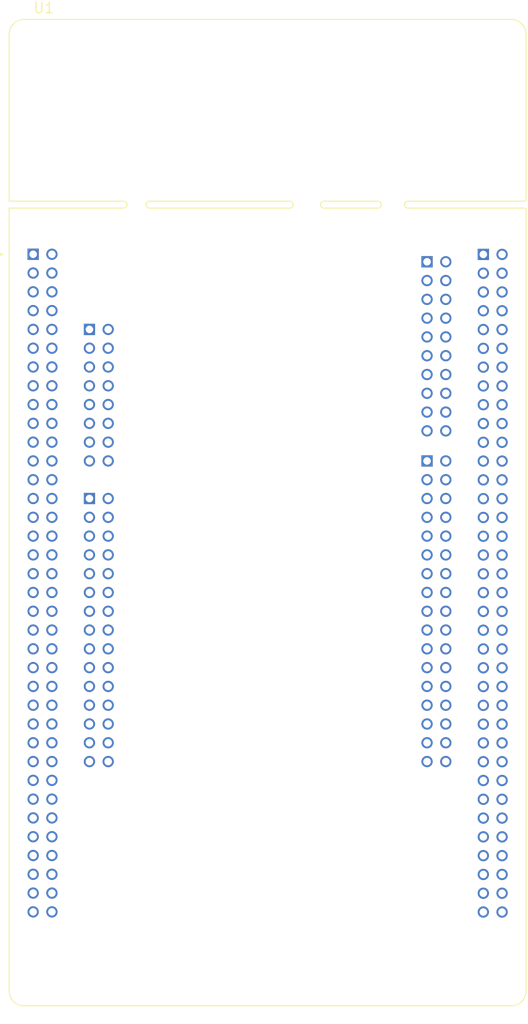
<source format=kicad_pcb>
(kicad_pcb (version 20221018) (generator pcbnew)
  (layers (0 "F.Cu" signal) (31 "B.Cu" signal) (34 "B.Paste" user) (35 "F.Paste" user) (36 "B.SilkS" user "B.Silkscreen") (37 "F.SilkS" user "F.Silkscreen") (38 "B.Mask" user) (39 "F.Mask" user) (44 "Edge.Cuts" user))
  (net 0 "")
  (footprint "RoboRacing:NUCLEO-H743ZI" (layer "F.Cu") (at 119.25 94.01)
    (fp_text reference "U1" (at -30.305 -68.219) (layer "F.SilkS") (effects (font (size 1.4 1.4))))
    (fp_text value "NUCLEO-H743ZI-HEADER")
    (fp_line (start -35 -64.67) (end -35 -42.11) (stroke (width 0.127)) (layer "F.SilkS"))
    (fp_line (start -35 -42.11) (end -19.5072 -42.11) (stroke (width 0.127)) (layer "F.SilkS"))
    (fp_line (start -35 -41.17) (end -35 64.67) (stroke (width 0.127)) (layer "F.SilkS"))
    (fp_line (start -35 -41.17) (end -19.5072 -41.17) (stroke (width 0.127)) (layer "F.SilkS"))
    (fp_line (start -33 66.67) (end 33 66.67) (stroke (width 0.127)) (layer "F.SilkS"))
    (fp_line (start -16.002 -42.11) (end 2.9972 -42.11) (stroke (width 0.127)) (layer "F.SilkS"))
    (fp_line (start -16.002 -41.17) (end 2.9972 -41.17) (stroke (width 0.127)) (layer "F.SilkS"))
    (fp_line (start 7.62 -42.11) (end 14.9352 -42.11) (stroke (width 0.127)) (layer "F.SilkS"))
    (fp_line (start 7.62 -41.17) (end 14.9352 -41.17) (stroke (width 0.127)) (layer "F.SilkS"))
    (fp_line (start 18.9992 -42.11) (end 35 -42.11) (stroke (width 0.127)) (layer "F.SilkS"))
    (fp_line (start 18.9992 -41.17) (end 35 -41.17) (stroke (width 0.127)) (layer "F.SilkS"))
    (fp_line (start 33 -66.67) (end -33 -66.67) (stroke (width 0.127)) (layer "F.SilkS"))
    (fp_line (start 35 -42.11) (end 35 -64.67) (stroke (width 0.127)) (layer "F.SilkS"))
    (fp_line (start 35 64.67) (end 35 -41.17) (stroke (width 0.127)) (layer "F.SilkS"))
    (fp_arc (start -35 -64.67) (mid -34.414214 -66.084214) (end -33 -66.67) (stroke (width 0.127)) (layer "F.SilkS"))
    (fp_arc (start -33 66.67) (mid -34.414214 66.084214) (end -35 64.67) (stroke (width 0.127)) (layer "F.SilkS"))
    (fp_arc (start -19.507199 -42.11) (mid -19.044602 -41.64) (end -19.5072 -41.17) (stroke (width 0.127)) (layer "F.SilkS"))
    (fp_arc (start -16.002001 -41.17) (mid -16.464598 -41.64) (end -16.002 -42.11) (stroke (width 0.127)) (layer "F.SilkS"))
    (fp_arc (start 2.997201 -42.11) (mid 3.459799 -41.64) (end 2.9972 -41.17) (stroke (width 0.127)) (layer "F.SilkS"))
    (fp_arc (start 7.619999 -41.17) (mid 7.157401 -41.64) (end 7.62 -42.11) (stroke (width 0.127)) (layer "F.SilkS"))
    (fp_arc (start 14.935201 -42.11) (mid 15.397799 -41.64) (end 14.9352 -41.17) (stroke (width 0.127)) (layer "F.SilkS"))
    (fp_arc (start 18.999199 -41.17) (mid 18.536601 -41.64) (end 18.9992 -42.11) (stroke (width 0.127)) (layer "F.SilkS"))
    (fp_arc (start 33 -66.67) (mid 34.414214 -66.084214) (end 35 -64.67) (stroke (width 0.127)) (layer "F.SilkS"))
    (fp_arc (start 35 64.67) (mid 34.414214 66.084214) (end 33 66.67) (stroke (width 0.127)) (layer "F.SilkS"))
    (fp_circle (center -36.04 -34.93) (end -35.94 -34.93) (stroke (width 0.2)) (fill none) (layer "F.SilkS"))
    (pad "" np_thru_hole circle (at -24.13 -38.74) (size 3.2 3.2) (drill 3.2) (layers "*.Cu" "*.Mask"))
    (pad "" np_thru_hole circle (at -22.86 37.46) (size 3.2 3.2) (drill 3.2) (layers "*.Cu" "*.Mask"))
    (pad "" np_thru_hole circle (at 8.89 13.33) (size 3.2 3.2) (drill 3.2) (layers "*.Cu" "*.Mask"))
    (pad "" np_thru_hole circle (at 22.86 37.46) (size 3.2 3.2) (drill 3.2) (layers "*.Cu" "*.Mask"))
    (pad "" np_thru_hole circle (at 24.13 -37.47) (size 3.2 3.2) (drill 3.2) (layers "*.Cu" "*.Mask"))
    (pad "CN7_1" thru_hole rect (at 21.59 -33.914) (size 1.53 1.53) (drill 1.02) (layers "*.Cu" "*.Mask"))
    (pad "CN7_2" thru_hole circle (at 24.13 -33.914) (size 1.53 1.53) (drill 1.02) (layers "*.Cu" "*.Mask"))
    (pad "CN7_3" thru_hole circle (at 21.59 -31.374) (size 1.53 1.53) (drill 1.02) (layers "*.Cu" "*.Mask"))
    (pad "CN7_4" thru_hole circle (at 24.13 -31.374) (size 1.53 1.53) (drill 1.02) (layers "*.Cu" "*.Mask"))
    (pad "CN7_5" thru_hole circle (at 21.59 -28.834) (size 1.53 1.53) (drill 1.02) (layers "*.Cu" "*.Mask"))
    (pad "CN7_6" thru_hole circle (at 24.13 -28.834) (size 1.53 1.53) (drill 1.02) (layers "*.Cu" "*.Mask"))
    (pad "CN7_7" thru_hole circle (at 21.59 -26.294) (size 1.53 1.53) (drill 1.02) (layers "*.Cu" "*.Mask"))
    (pad "CN7_8" thru_hole circle (at 24.13 -26.294) (size 1.53 1.53) (drill 1.02) (layers "*.Cu" "*.Mask"))
    (pad "CN7_9" thru_hole circle (at 21.59 -23.754) (size 1.53 1.53) (drill 1.02) (layers "*.Cu" "*.Mask"))
    (pad "CN7_10" thru_hole circle (at 24.13 -23.754) (size 1.53 1.53) (drill 1.02) (layers "*.Cu" "*.Mask"))
    (pad "CN7_11" thru_hole circle (at 21.59 -21.214) (size 1.53 1.53) (drill 1.02) (layers "*.Cu" "*.Mask"))
    (pad "CN7_12" thru_hole circle (at 24.13 -21.214) (size 1.53 1.53) (drill 1.02) (layers "*.Cu" "*.Mask"))
    (pad "CN7_13" thru_hole circle (at 21.59 -18.674) (size 1.53 1.53) (drill 1.02) (layers "*.Cu" "*.Mask"))
    (pad "CN7_14" thru_hole circle (at 24.13 -18.674) (size 1.53 1.53) (drill 1.02) (layers "*.Cu" "*.Mask"))
    (pad "CN7_15" thru_hole circle (at 21.59 -16.134) (size 1.53 1.53) (drill 1.02) (layers "*.Cu" "*.Mask"))
    (pad "CN7_16" thru_hole circle (at 24.13 -16.134) (size 1.53 1.53) (drill 1.02) (layers "*.Cu" "*.Mask"))
    (pad "CN7_17" thru_hole circle (at 21.59 -13.594) (size 1.53 1.53) (drill 1.02) (layers "*.Cu" "*.Mask"))
    (pad "CN7_18" thru_hole circle (at 24.13 -13.594) (size 1.53 1.53) (drill 1.02) (layers "*.Cu" "*.Mask"))
    (pad "CN7_19" thru_hole circle (at 21.59 -11.054) (size 1.53 1.53) (drill 1.02) (layers "*.Cu" "*.Mask"))
    (pad "CN7_20" thru_hole circle (at 24.13 -11.054) (size 1.53 1.53) (drill 1.02) (layers "*.Cu" "*.Mask"))
    (pad "CN8_1" thru_hole rect (at -24.13 -24.77) (size 1.53 1.53) (drill 1.02) (layers "*.Cu" "*.Mask"))
    (pad "CN8_2" thru_hole circle (at -21.59 -24.77) (size 1.53 1.53) (drill 1.02) (layers "*.Cu" "*.Mask"))
    (pad "CN8_3" thru_hole circle (at -24.13 -22.23) (size 1.53 1.53) (drill 1.02) (layers "*.Cu" "*.Mask"))
    (pad "CN8_4" thru_hole circle (at -21.59 -22.23) (size 1.53 1.53) (drill 1.02) (layers "*.Cu" "*.Mask"))
    (pad "CN8_5" thru_hole circle (at -24.13 -19.69) (size 1.53 1.53) (drill 1.02) (layers "*.Cu" "*.Mask"))
    (pad "CN8_6" thru_hole circle (at -21.59 -19.69) (size 1.53 1.53) (drill 1.02) (layers "*.Cu" "*.Mask"))
    (pad "CN8_7" thru_hole circle (at -24.13 -17.15) (size 1.53 1.53) (drill 1.02) (layers "*.Cu" "*.Mask"))
    (pad "CN8_8" thru_hole circle (at -21.59 -17.15) (size 1.53 1.53) (drill 1.02) (layers "*.Cu" "*.Mask"))
    (pad "CN8_9" thru_hole circle (at -24.13 -14.61) (size 1.53 1.53) (drill 1.02) (layers "*.Cu" "*.Mask"))
    (pad "CN8_10" thru_hole circle (at -21.59 -14.61) (size 1.53 1.53) (drill 1.02) (layers "*.Cu" "*.Mask"))
    (pad "CN8_11" thru_hole circle (at -24.13 -12.07) (size 1.53 1.53) (drill 1.02) (layers "*.Cu" "*.Mask"))
    (pad "CN8_12" thru_hole circle (at -21.59 -12.07) (size 1.53 1.53) (drill 1.02) (layers "*.Cu" "*.Mask"))
    (pad "CN8_13" thru_hole circle (at -24.13 -9.53) (size 1.53 1.53) (drill 1.02) (layers "*.Cu" "*.Mask"))
    (pad "CN8_14" thru_hole circle (at -21.59 -9.53) (size 1.53 1.53) (drill 1.02) (layers "*.Cu" "*.Mask"))
    (pad "CN8_15" thru_hole circle (at -24.13 -6.99) (size 1.53 1.53) (drill 1.02) (layers "*.Cu" "*.Mask"))
    (pad "CN8_16" thru_hole circle (at -21.59 -6.99) (size 1.53 1.53) (drill 1.02) (layers "*.Cu" "*.Mask"))
    (pad "CN9_1" thru_hole rect (at -24.13 -1.91) (size 1.53 1.53) (drill 1.02) (layers "*.Cu" "*.Mask"))
    (pad "CN9_2" thru_hole circle (at -21.59 -1.91) (size 1.53 1.53) (drill 1.02) (layers "*.Cu" "*.Mask"))
    (pad "CN9_3" thru_hole circle (at -24.13 0.63) (size 1.53 1.53) (drill 1.02) (layers "*.Cu" "*.Mask"))
    (pad "CN9_4" thru_hole circle (at -21.59 0.63) (size 1.53 1.53) (drill 1.02) (layers "*.Cu" "*.Mask"))
    (pad "CN9_5" thru_hole circle (at -24.13 3.17) (size 1.53 1.53) (drill 1.02) (layers "*.Cu" "*.Mask"))
    (pad "CN9_6" thru_hole circle (at -21.59 3.17) (size 1.53 1.53) (drill 1.02) (layers "*.Cu" "*.Mask"))
    (pad "CN9_7" thru_hole circle (at -24.13 5.71) (size 1.53 1.53) (drill 1.02) (layers "*.Cu" "*.Mask"))
    (pad "CN9_8" thru_hole circle (at -21.59 5.71) (size 1.53 1.53) (drill 1.02) (layers "*.Cu" "*.Mask"))
    (pad "CN9_9" thru_hole circle (at -24.13 8.25) (size 1.53 1.53) (drill 1.02) (layers "*.Cu" "*.Mask"))
    (pad "CN9_10" thru_hole circle (at -21.59 8.25) (size 1.53 1.53) (drill 1.02) (layers "*.Cu" "*.Mask"))
    (pad "CN9_11" thru_hole circle (at -24.13 10.79) (size 1.53 1.53) (drill 1.02) (layers "*.Cu" "*.Mask"))
    (pad "CN9_12" thru_hole circle (at -21.59 10.79) (size 1.53 1.53) (drill 1.02) (layers "*.Cu" "*.Mask"))
    (pad "CN9_13" thru_hole circle (at -24.13 13.33) (size 1.53 1.53) (drill 1.02) (layers "*.Cu" "*.Mask"))
    (pad "CN9_14" thru_hole circle (at -21.59 13.33) (size 1.53 1.53) (drill 1.02) (layers "*.Cu" "*.Mask"))
    (pad "CN9_15" thru_hole circle (at -24.13 15.87) (size 1.53 1.53) (drill 1.02) (layers "*.Cu" "*.Mask"))
    (pad "CN9_16" thru_hole circle (at -21.59 15.87) (size 1.53 1.53) (drill 1.02) (layers "*.Cu" "*.Mask"))
    (pad "CN9_17" thru_hole circle (at -24.13 18.41) (size 1.53 1.53) (drill 1.02) (layers "*.Cu" "*.Mask"))
    (pad "CN9_18" thru_hole circle (at -21.59 18.41) (size 1.53 1.53) (drill 1.02) (layers "*.Cu" "*.Mask"))
    (pad "CN9_19" thru_hole circle (at -24.13 20.95) (size 1.53 1.53) (drill 1.02) (layers "*.Cu" "*.Mask"))
    (pad "CN9_20" thru_hole circle (at -21.59 20.95) (size 1.53 1.53) (drill 1.02) (layers "*.Cu" "*.Mask"))
    (pad "CN9_21" thru_hole circle (at -24.13 23.49) (size 1.53 1.53) (drill 1.02) (layers "*.Cu" "*.Mask"))
    (pad "CN9_22" thru_hole circle (at -21.59 23.49) (size 1.53 1.53) (drill 1.02) (layers "*.Cu" "*.Mask"))
    (pad "CN9_23" thru_hole circle (at -24.13 26.03) (size 1.53 1.53) (drill 1.02) (layers "*.Cu" "*.Mask"))
    (pad "CN9_24" thru_hole circle (at -21.59 26.03) (size 1.53 1.53) (drill 1.02) (layers "*.Cu" "*.Mask"))
    (pad "CN9_25" thru_hole circle (at -24.13 28.57) (size 1.53 1.53) (drill 1.02) (layers "*.Cu" "*.Mask"))
    (pad "CN9_26" thru_hole circle (at -21.59 28.57) (size 1.53 1.53) (drill 1.02) (layers "*.Cu" "*.Mask"))
    (pad "CN9_27" thru_hole circle (at -24.13 31.11) (size 1.53 1.53) (drill 1.02) (layers "*.Cu" "*.Mask"))
    (pad "CN9_28" thru_hole circle (at -21.59 31.11) (size 1.53 1.53) (drill 1.02) (layers "*.Cu" "*.Mask"))
    (pad "CN9_29" thru_hole circle (at -24.13 33.65) (size 1.53 1.53) (drill 1.02) (layers "*.Cu" "*.Mask"))
    (pad "CN9_30" thru_hole circle (at -21.59 33.65) (size 1.53 1.53) (drill 1.02) (layers "*.Cu" "*.Mask"))
    (pad "CN10_1" thru_hole rect (at 21.59 -6.99) (size 1.53 1.53) (drill 1.02) (layers "*.Cu" "*.Mask"))
    (pad "CN10_2" thru_hole circle (at 24.13 -6.99) (size 1.53 1.53) (drill 1.02) (layers "*.Cu" "*.Mask"))
    (pad "CN10_3" thru_hole circle (at 21.59 -4.45) (size 1.53 1.53) (drill 1.02) (layers "*.Cu" "*.Mask"))
    (pad "CN10_4" thru_hole circle (at 24.13 -4.45) (size 1.53 1.53) (drill 1.02) (layers "*.Cu" "*.Mask"))
    (pad "CN10_5" thru_hole circle (at 21.59 -1.91) (size 1.53 1.53) (drill 1.02) (layers "*.Cu" "*.Mask"))
    (pad "CN10_6" thru_hole circle (at 24.13 -1.91) (size 1.53 1.53) (drill 1.02) (layers "*.Cu" "*.Mask"))
    (pad "CN10_7" thru_hole circle (at 21.59 0.63) (size 1.53 1.53) (drill 1.02) (layers "*.Cu" "*.Mask"))
    (pad "CN10_8" thru_hole circle (at 24.13 0.63) (size 1.53 1.53) (drill 1.02) (layers "*.Cu" "*.Mask"))
    (pad "CN10_9" thru_hole circle (at 21.59 3.17) (size 1.53 1.53) (drill 1.02) (layers "*.Cu" "*.Mask"))
    (pad "CN10_10" thru_hole circle (at 24.13 3.17) (size 1.53 1.53) (drill 1.02) (layers "*.Cu" "*.Mask"))
    (pad "CN10_11" thru_hole circle (at 21.59 5.71) (size 1.53 1.53) (drill 1.02) (layers "*.Cu" "*.Mask"))
    (pad "CN10_12" thru_hole circle (at 24.13 5.71) (size 1.53 1.53) (drill 1.02) (layers "*.Cu" "*.Mask"))
    (pad "CN10_13" thru_hole circle (at 21.59 8.25) (size 1.53 1.53) (drill 1.02) (layers "*.Cu" "*.Mask"))
    (pad "CN10_14" thru_hole circle (at 24.13 8.25) (size 1.53 1.53) (drill 1.02) (layers "*.Cu" "*.Mask"))
    (pad "CN10_15" thru_hole circle (at 21.59 10.79) (size 1.53 1.53) (drill 1.02) (layers "*.Cu" "*.Mask"))
    (pad "CN10_16" thru_hole circle (at 24.13 10.79) (size 1.53 1.53) (drill 1.02) (layers "*.Cu" "*.Mask"))
    (pad "CN10_17" thru_hole circle (at 21.59 13.33) (size 1.53 1.53) (drill 1.02) (layers "*.Cu" "*.Mask"))
    (pad "CN10_18" thru_hole circle (at 24.13 13.33) (size 1.53 1.53) (drill 1.02) (layers "*.Cu" "*.Mask"))
    (pad "CN10_19" thru_hole circle (at 21.59 15.87) (size 1.53 1.53) (drill 1.02) (layers "*.Cu" "*.Mask"))
    (pad "CN10_20" thru_hole circle (at 24.13 15.87) (size 1.53 1.53) (drill 1.02) (layers "*.Cu" "*.Mask"))
    (pad "CN10_21" thru_hole circle (at 21.59 18.41) (size 1.53 1.53) (drill 1.02) (layers "*.Cu" "*.Mask"))
    (pad "CN10_22" thru_hole circle (at 24.13 18.41) (size 1.53 1.53) (drill 1.02) (layers "*.Cu" "*.Mask"))
    (pad "CN10_23" thru_hole circle (at 21.59 20.95) (size 1.53 1.53) (drill 1.02) (layers "*.Cu" "*.Mask"))
    (pad "CN10_24" thru_hole circle (at 24.13 20.95) (size 1.53 1.53) (drill 1.02) (layers "*.Cu" "*.Mask"))
    (pad "CN10_25" thru_hole circle (at 21.59 23.49) (size 1.53 1.53) (drill 1.02) (layers "*.Cu" "*.Mask"))
    (pad "CN10_26" thru_hole circle (at 24.13 23.49) (size 1.53 1.53) (drill 1.02) (layers "*.Cu" "*.Mask"))
    (pad "CN10_27" thru_hole circle (at 21.59 26.03) (size 1.53 1.53) (drill 1.02) (layers "*.Cu" "*.Mask"))
    (pad "CN10_28" thru_hole circle (at 24.13 26.03) (size 1.53 1.53) (drill 1.02) (layers "*.Cu" "*.Mask"))
    (pad "CN10_29" thru_hole circle (at 21.59 28.57) (size 1.53 1.53) (drill 1.02) (layers "*.Cu" "*.Mask"))
    (pad "CN10_30" thru_hole circle (at 24.13 28.57) (size 1.53 1.53) (drill 1.02) (layers "*.Cu" "*.Mask"))
    (pad "CN10_31" thru_hole circle (at 21.59 31.11) (size 1.53 1.53) (drill 1.02) (layers "*.Cu" "*.Mask"))
    (pad "CN10_32" thru_hole circle (at 24.13 31.11) (size 1.53 1.53) (drill 1.02) (layers "*.Cu" "*.Mask"))
    (pad "CN10_33" thru_hole circle (at 21.59 33.65) (size 1.53 1.53) (drill 1.02) (layers "*.Cu" "*.Mask"))
    (pad "CN10_34" thru_hole circle (at 24.13 33.65) (size 1.53 1.53) (drill 1.02) (layers "*.Cu" "*.Mask"))
    (pad "CN11_1" thru_hole rect (at -31.75 -34.93) (size 1.53 1.53) (drill 1.02) (layers "*.Cu" "*.Mask"))
    (pad "CN11_2" thru_hole circle (at -29.21 -34.93) (size 1.53 1.53) (drill 1.02) (layers "*.Cu" "*.Mask"))
    (pad "CN11_3" thru_hole circle (at -31.75 -32.39) (size 1.53 1.53) (drill 1.02) (layers "*.Cu" "*.Mask"))
    (pad "CN11_4" thru_hole circle (at -29.21 -32.39) (size 1.53 1.53) (drill 1.02) (layers "*.Cu" "*.Mask"))
    (pad "CN11_5" thru_hole circle (at -31.75 -29.85) (size 1.53 1.53) (drill 1.02) (layers "*.Cu" "*.Mask"))
    (pad "CN11_6" thru_hole circle (at -29.21 -29.85) (size 1.53 1.53) (drill 1.02) (layers "*.Cu" "*.Mask"))
    (pad "CN11_7" thru_hole circle (at -31.75 -27.31) (size 1.53 1.53) (drill 1.02) (layers "*.Cu" "*.Mask"))
    (pad "CN11_8" thru_hole circle (at -29.21 -27.31) (size 1.53 1.53) (drill 1.02) (layers "*.Cu" "*.Mask"))
    (pad "CN11_9" thru_hole circle (at -31.75 -24.77) (size 1.53 1.53) (drill 1.02) (layers "*.Cu" "*.Mask"))
    (pad "CN11_10" thru_hole circle (at -29.21 -24.77) (size 1.53 1.53) (drill 1.02) (layers "*.Cu" "*.Mask"))
    (pad "CN11_11" thru_hole circle (at -31.75 -22.23) (size 1.53 1.53) (drill 1.02) (layers "*.Cu" "*.Mask"))
    (pad "CN11_12" thru_hole circle (at -29.21 -22.23) (size 1.53 1.53) (drill 1.02) (layers "*.Cu" "*.Mask"))
    (pad "CN11_13" thru_hole circle (at -31.75 -19.69) (size 1.53 1.53) (drill 1.02) (layers "*.Cu" "*.Mask"))
    (pad "CN11_14" thru_hole circle (at -29.21 -19.69) (size 1.53 1.53) (drill 1.02) (layers "*.Cu" "*.Mask"))
    (pad "CN11_15" thru_hole circle (at -31.75 -17.15) (size 1.53 1.53) (drill 1.02) (layers "*.Cu" "*.Mask"))
    (pad "CN11_16" thru_hole circle (at -29.21 -17.15) (size 1.53 1.53) (drill 1.02) (layers "*.Cu" "*.Mask"))
    (pad "CN11_17" thru_hole circle (at -31.75 -14.61) (size 1.53 1.53) (drill 1.02) (layers "*.Cu" "*.Mask"))
    (pad "CN11_18" thru_hole circle (at -29.21 -14.61) (size 1.53 1.53) (drill 1.02) (layers "*.Cu" "*.Mask"))
    (pad "CN11_19" thru_hole circle (at -31.75 -12.07) (size 1.53 1.53) (drill 1.02) (layers "*.Cu" "*.Mask"))
    (pad "CN11_20" thru_hole circle (at -29.21 -12.07) (size 1.53 1.53) (drill 1.02) (layers "*.Cu" "*.Mask"))
    (pad "CN11_21" thru_hole circle (at -31.75 -9.53) (size 1.53 1.53) (drill 1.02) (layers "*.Cu" "*.Mask"))
    (pad "CN11_22" thru_hole circle (at -29.21 -9.53) (size 1.53 1.53) (drill 1.02) (layers "*.Cu" "*.Mask"))
    (pad "CN11_23" thru_hole circle (at -31.75 -6.99) (size 1.53 1.53) (drill 1.02) (layers "*.Cu" "*.Mask"))
    (pad "CN11_24" thru_hole circle (at -29.21 -6.99) (size 1.53 1.53) (drill 1.02) (layers "*.Cu" "*.Mask"))
    (pad "CN11_25" thru_hole circle (at -31.75 -4.45) (size 1.53 1.53) (drill 1.02) (layers "*.Cu" "*.Mask"))
    (pad "CN11_26" thru_hole circle (at -29.21 -4.45) (size 1.53 1.53) (drill 1.02) (layers "*.Cu" "*.Mask"))
    (pad "CN11_27" thru_hole circle (at -31.75 -1.91) (size 1.53 1.53) (drill 1.02) (layers "*.Cu" "*.Mask"))
    (pad "CN11_28" thru_hole circle (at -29.21 -1.91) (size 1.53 1.53) (drill 1.02) (layers "*.Cu" "*.Mask"))
    (pad "CN11_29" thru_hole circle (at -31.75 0.63) (size 1.53 1.53) (drill 1.02) (layers "*.Cu" "*.Mask"))
    (pad "CN11_30" thru_hole circle (at -29.21 0.63) (size 1.53 1.53) (drill 1.02) (layers "*.Cu" "*.Mask"))
    (pad "CN11_31" thru_hole circle (at -31.75 3.17) (size 1.53 1.53) (drill 1.02) (layers "*.Cu" "*.Mask"))
    (pad "CN11_32" thru_hole circle (at -29.21 3.17) (size 1.53 1.53) (drill 1.02) (layers "*.Cu" "*.Mask"))
    (pad "CN11_33" thru_hole circle (at -31.75 5.71) (size 1.53 1.53) (drill 1.02) (layers "*.Cu" "*.Mask"))
    (pad "CN11_34" thru_hole circle (at -29.21 5.71) (size 1.53 1.53) (drill 1.02) (layers "*.Cu" "*.Mask"))
    (pad "CN11_35" thru_hole circle (at -31.75 8.25) (size 1.53 1.53) (drill 1.02) (layers "*.Cu" "*.Mask"))
    (pad "CN11_36" thru_hole circle (at -29.21 8.25) (size 1.53 1.53) (drill 1.02) (layers "*.Cu" "*.Mask"))
    (pad "CN11_37" thru_hole circle (at -31.75 10.79) (size 1.53 1.53) (drill 1.02) (layers "*.Cu" "*.Mask"))
    (pad "CN11_38" thru_hole circle (at -29.21 10.79) (size 1.53 1.53) (drill 1.02) (layers "*.Cu" "*.Mask"))
    (pad "CN11_39" thru_hole circle (at -31.75 13.33) (size 1.53 1.53) (drill 1.02) (layers "*.Cu" "*.Mask"))
    (pad "CN11_40" thru_hole circle (at -29.21 13.33) (size 1.53 1.53) (drill 1.02) (layers "*.Cu" "*.Mask"))
    (pad "CN11_41" thru_hole circle (at -31.75 15.87) (size 1.53 1.53) (drill 1.02) (layers "*.Cu" "*.Mask"))
    (pad "CN11_42" thru_hole circle (at -29.21 15.87) (size 1.53 1.53) (drill 1.02) (layers "*.Cu" "*.Mask"))
    (pad "CN11_43" thru_hole circle (at -31.75 18.41) (size 1.53 1.53) (drill 1.02) (layers "*.Cu" "*.Mask"))
    (pad "CN11_44" thru_hole circle (at -29.21 18.41) (size 1.53 1.53) (drill 1.02) (layers "*.Cu" "*.Mask"))
    (pad "CN11_45" thru_hole circle (at -31.75 20.95) (size 1.53 1.53) (drill 1.02) (layers "*.Cu" "*.Mask"))
    (pad "CN11_46" thru_hole circle (at -29.21 20.95) (size 1.53 1.53) (drill 1.02) (layers "*.Cu" "*.Mask"))
    (pad "CN11_47" thru_hole circle (at -31.75 23.49) (size 1.53 1.53) (drill 1.02) (layers "*.Cu" "*.Mask"))
    (pad "CN11_48" thru_hole circle (at -29.21 23.49) (size 1.53 1.53) (drill 1.02) (layers "*.Cu" "*.Mask"))
    (pad "CN11_49" thru_hole circle (at -31.75 26.03) (size 1.53 1.53) (drill 1.02) (layers "*.Cu" "*.Mask"))
    (pad "CN11_50" thru_hole circle (at -29.21 26.03) (size 1.53 1.53) (drill 1.02) (layers "*.Cu" "*.Mask"))
    (pad "CN11_51" thru_hole circle (at -31.75 28.57) (size 1.53 1.53) (drill 1.02) (layers "*.Cu" "*.Mask"))
    (pad "CN11_52" thru_hole circle (at -29.21 28.57) (size 1.53 1.53) (drill 1.02) (layers "*.Cu" "*.Mask"))
    (pad "CN11_53" thru_hole circle (at -31.75 31.11) (size 1.53 1.53) (drill 1.02) (layers "*.Cu" "*.Mask"))
    (pad "CN11_54" thru_hole circle (at -29.21 31.11) (size 1.53 1.53) (drill 1.02) (layers "*.Cu" "*.Mask"))
    (pad "CN11_55" thru_hole circle (at -31.75 33.65) (size 1.53 1.53) (drill 1.02) (layers "*.Cu" "*.Mask"))
    (pad "CN11_56" thru_hole circle (at -29.21 33.65) (size 1.53 1.53) (drill 1.02) (layers "*.Cu" "*.Mask"))
    (pad "CN11_57" thru_hole circle (at -31.75 36.19) (size 1.53 1.53) (drill 1.02) (layers "*.Cu" "*.Mask"))
    (pad "CN11_58" thru_hole circle (at -29.21 36.19) (size 1.53 1.53) (drill 1.02) (layers "*.Cu" "*.Mask"))
    (pad "CN11_59" thru_hole circle (at -31.75 38.73) (size 1.53 1.53) (drill 1.02) (layers "*.Cu" "*.Mask"))
    (pad "CN11_60" thru_hole circle (at -29.21 38.73) (size 1.53 1.53) (drill 1.02) (layers "*.Cu" "*.Mask"))
    (pad "CN11_61" thru_hole circle (at -31.75 41.27) (size 1.53 1.53) (drill 1.02) (layers "*.Cu" "*.Mask"))
    (pad "CN11_62" thru_hole circle (at -29.21 41.27) (size 1.53 1.53) (drill 1.02) (layers "*.Cu" "*.Mask"))
    (pad "CN11_63" thru_hole circle (at -31.75 43.81) (size 1.53 1.53) (drill 1.02) (layers "*.Cu" "*.Mask"))
    (pad "CN11_64" thru_hole circle (at -29.21 43.81) (size 1.53 1.53) (drill 1.02) (layers "*.Cu" "*.Mask"))
    (pad "CN11_65" thru_hole circle (at -31.75 46.35) (size 1.53 1.53) (drill 1.02) (layers "*.Cu" "*.Mask"))
    (pad "CN11_66" thru_hole circle (at -29.21 46.35) (size 1.53 1.53) (drill 1.02) (layers "*.Cu" "*.Mask"))
    (pad "CN11_67" thru_hole circle (at -31.75 48.89) (size 1.53 1.53) (drill 1.02) (layers "*.Cu" "*.Mask"))
    (pad "CN11_68" thru_hole circle (at -29.21 48.89) (size 1.53 1.53) (drill 1.02) (layers "*.Cu" "*.Mask"))
    (pad "CN11_69" thru_hole circle (at -31.75 51.43) (size 1.53 1.53) (drill 1.02) (layers "*.Cu" "*.Mask"))
    (pad "CN11_70" thru_hole circle (at -29.21 51.43) (size 1.53 1.53) (drill 1.02) (layers "*.Cu" "*.Mask"))
    (pad "CN11_71" thru_hole circle (at -31.75 53.97) (size 1.53 1.53) (drill 1.02) (layers "*.Cu" "*.Mask"))
    (pad "CN11_72" thru_hole circle (at -29.21 53.97) (size 1.53 1.53) (drill 1.02) (layers "*.Cu" "*.Mask"))
    (pad "CN12_1" thru_hole rect (at 29.21 -34.91) (size 1.53 1.53) (drill 1.02) (layers "*.Cu" "*.Mask"))
    (pad "CN12_2" thru_hole circle (at 31.75 -34.91) (size 1.53 1.53) (drill 1.02) (layers "*.Cu" "*.Mask"))
    (pad "CN12_3" thru_hole circle (at 29.21 -32.37) (size 1.53 1.53) (drill 1.02) (layers "*.Cu" "*.Mask"))
    (pad "CN12_4" thru_hole circle (at 31.75 -32.37) (size 1.53 1.53) (drill 1.02) (layers "*.Cu" "*.Mask"))
    (pad "CN12_5" thru_hole circle (at 29.21 -29.83) (size 1.53 1.53) (drill 1.02) (layers "*.Cu" "*.Mask"))
    (pad "CN12_6" thru_hole circle (at 31.75 -29.83) (size 1.53 1.53) (drill 1.02) (layers "*.Cu" "*.Mask"))
    (pad "CN12_7" thru_hole circle (at 29.21 -27.29) (size 1.53 1.53) (drill 1.02) (layers "*.Cu" "*.Mask"))
    (pad "CN12_8" thru_hole circle (at 31.75 -27.29) (size 1.53 1.53) (drill 1.02) (layers "*.Cu" "*.Mask"))
    (pad "CN12_9" thru_hole circle (at 29.21 -24.75) (size 1.53 1.53) (drill 1.02) (layers "*.Cu" "*.Mask"))
    (pad "CN12_10" thru_hole circle (at 31.75 -24.75) (size 1.53 1.53) (drill 1.02) (layers "*.Cu" "*.Mask"))
    (pad "CN12_11" thru_hole circle (at 29.21 -22.21) (size 1.53 1.53) (drill 1.02) (layers "*.Cu" "*.Mask"))
    (pad "CN12_12" thru_hole circle (at 31.75 -22.21) (size 1.53 1.53) (drill 1.02) (layers "*.Cu" "*.Mask"))
    (pad "CN12_13" thru_hole circle (at 29.21 -19.67) (size 1.53 1.53) (drill 1.02) (layers "*.Cu" "*.Mask"))
    (pad "CN12_14" thru_hole circle (at 31.75 -19.67) (size 1.53 1.53) (drill 1.02) (layers "*.Cu" "*.Mask"))
    (pad "CN12_15" thru_hole circle (at 29.21 -17.13) (size 1.53 1.53) (drill 1.02) (layers "*.Cu" "*.Mask"))
    (pad "CN12_16" thru_hole circle (at 31.75 -17.13) (size 1.53 1.53) (drill 1.02) (layers "*.Cu" "*.Mask"))
    (pad "CN12_17" thru_hole circle (at 29.21 -14.59) (size 1.53 1.53) (drill 1.02) (layers "*.Cu" "*.Mask"))
    (pad "CN12_18" thru_hole circle (at 31.75 -14.59) (size 1.53 1.53) (drill 1.02) (layers "*.Cu" "*.Mask"))
    (pad "CN12_19" thru_hole circle (at 29.21 -12.05) (size 1.53 1.53) (drill 1.02) (layers "*.Cu" "*.Mask"))
    (pad "CN12_20" thru_hole circle (at 31.75 -12.05) (size 1.53 1.53) (drill 1.02) (layers "*.Cu" "*.Mask"))
    (pad "CN12_21" thru_hole circle (at 29.21 -9.51) (size 1.53 1.53) (drill 1.02) (layers "*.Cu" "*.Mask"))
    (pad "CN12_22" thru_hole circle (at 31.75 -9.51) (size 1.53 1.53) (drill 1.02) (layers "*.Cu" "*.Mask"))
    (pad "CN12_23" thru_hole circle (at 29.21 -6.97) (size 1.53 1.53) (drill 1.02) (layers "*.Cu" "*.Mask"))
    (pad "CN12_24" thru_hole circle (at 31.75 -6.97) (size 1.53 1.53) (drill 1.02) (layers "*.Cu" "*.Mask"))
    (pad "CN12_25" thru_hole circle (at 29.21 -4.43) (size 1.53 1.53) (drill 1.02) (layers "*.Cu" "*.Mask"))
    (pad "CN12_26" thru_hole circle (at 31.75 -4.43) (size 1.53 1.53) (drill 1.02) (layers "*.Cu" "*.Mask"))
    (pad "CN12_27" thru_hole circle (at 29.21 -1.89) (size 1.53 1.53) (drill 1.02) (layers "*.Cu" "*.Mask"))
    (pad "CN12_28" thru_hole circle (at 31.75 -1.89) (size 1.53 1.53) (drill 1.02) (layers "*.Cu" "*.Mask"))
    (pad "CN12_29" thru_hole circle (at 29.21 0.65) (size 1.53 1.53) (drill 1.02) (layers "*.Cu" "*.Mask"))
    (pad "CN12_30" thru_hole circle (at 31.75 0.65) (size 1.53 1.53) (drill 1.02) (layers "*.Cu" "*.Mask"))
    (pad "CN12_31" thru_hole circle (at 29.21 3.19) (size 1.53 1.53) (drill 1.02) (layers "*.Cu" "*.Mask"))
    (pad "CN12_32" thru_hole circle (at 31.75 3.19) (size 1.53 1.53) (drill 1.02) (layers "*.Cu" "*.Mask"))
    (pad "CN12_33" thru_hole circle (at 29.21 5.73) (size 1.53 1.53) (drill 1.02) (layers "*.Cu" "*.Mask"))
    (pad "CN12_34" thru_hole circle (at 31.75 5.73) (size 1.53 1.53) (drill 1.02) (layers "*.Cu" "*.Mask"))
    (pad "CN12_35" thru_hole circle (at 29.21 8.27) (size 1.53 1.53) (drill 1.02) (layers "*.Cu" "*.Mask"))
    (pad "CN12_36" thru_hole circle (at 31.75 8.27) (size 1.53 1.53) (drill 1.02) (layers "*.Cu" "*.Mask"))
    (pad "CN12_37" thru_hole circle (at 29.21 10.81) (size 1.53 1.53) (drill 1.02) (layers "*.Cu" "*.Mask"))
    (pad "CN12_38" thru_hole circle (at 31.75 10.81) (size 1.53 1.53) (drill 1.02) (layers "*.Cu" "*.Mask"))
    (pad "CN12_39" thru_hole circle (at 29.21 13.35) (size 1.53 1.53) (drill 1.02) (layers "*.Cu" "*.Mask"))
    (pad "CN12_40" thru_hole circle (at 31.75 13.35) (size 1.53 1.53) (drill 1.02) (layers "*.Cu" "*.Mask"))
    (pad "CN12_41" thru_hole circle (at 29.21 15.89) (size 1.53 1.53) (drill 1.02) (layers "*.Cu" "*.Mask"))
    (pad "CN12_42" thru_hole circle (at 31.75 15.89) (size 1.53 1.53) (drill 1.02) (layers "*.Cu" "*.Mask"))
    (pad "CN12_43" thru_hole circle (at 29.21 18.43) (size 1.53 1.53) (drill 1.02) (layers "*.Cu" "*.Mask"))
    (pad "CN12_44" thru_hole circle (at 31.75 18.43) (size 1.53 1.53) (drill 1.02) (layers "*.Cu" "*.Mask"))
    (pad "CN12_45" thru_hole circle (at 29.21 20.97) (size 1.53 1.53) (drill 1.02) (layers "*.Cu" "*.Mask"))
    (pad "CN12_46" thru_hole circle (at 31.75 20.97) (size 1.53 1.53) (drill 1.02) (layers "*.Cu" "*.Mask"))
    (pad "CN12_47" thru_hole circle (at 29.21 23.51) (size 1.53 1.53) (drill 1.02) (layers "*.Cu" "*.Mask"))
    (pad "CN12_48" thru_hole circle (at 31.75 23.51) (size 1.53 1.53) (drill 1.02) (layers "*.Cu" "*.Mask"))
    (pad "CN12_49" thru_hole circle (at 29.21 26.05) (size 1.53 1.53) (drill 1.02) (layers "*.Cu" "*.Mask"))
    (pad "CN12_50" thru_hole circle (at 31.75 26.05) (size 1.53 1.53) (drill 1.02) (layers "*.Cu" "*.Mask"))
    (pad "CN12_51" thru_hole circle (at 29.21 28.59) (size 1.53 1.53) (drill 1.02) (layers "*.Cu" "*.Mask"))
    (pad "CN12_52" thru_hole circle (at 31.75 28.59) (size 1.53 1.53) (drill 1.02) (layers "*.Cu" "*.Mask"))
    (pad "CN12_53" thru_hole circle (at 29.21 31.13) (size 1.53 1.53) (drill 1.02) (layers "*.Cu" "*.Mask"))
    (pad "CN12_54" thru_hole circle (at 31.75 31.13) (size 1.53 1.53) (drill 1.02) (layers "*.Cu" "*.Mask"))
    (pad "CN12_55" thru_hole circle (at 29.21 33.67) (size 1.53 1.53) (drill 1.02) (layers "*.Cu" "*.Mask"))
    (pad "CN12_56" thru_hole circle (at 31.75 33.67) (size 1.53 1.53) (drill 1.02) (layers "*.Cu" "*.Mask"))
    (pad "CN12_57" thru_hole circle (at 29.21 36.21) (size 1.53 1.53) (drill 1.02) (layers "*.Cu" "*.Mask"))
    (pad "CN12_58" thru_hole circle (at 31.75 36.21) (size 1.53 1.53) (drill 1.02) (layers "*.Cu" "*.Mask"))
    (pad "CN12_59" thru_hole circle (at 29.21 38.75) (size 1.53 1.53) (drill 1.02) (layers "*.Cu" "*.Mask"))
    (pad "CN12_60" thru_hole circle (at 31.75 38.75) (size 1.53 1.53) (drill 1.02) (layers "*.Cu" "*.Mask"))
    (pad "CN12_61" thru_hole circle (at 29.21 41.29) (size 1.53 1.53) (drill 1.02) (layers "*.Cu" "*.Mask"))
    (pad "CN12_62" thru_hole circle (at 31.75 41.29) (size 1.53 1.53) (drill 1.02) (layers "*.Cu" "*.Mask"))
    (pad "CN12_63" thru_hole circle (at 29.21 43.83) (size 1.53 1.53) (drill 1.02) (layers "*.Cu" "*.Mask"))
    (pad "CN12_64" thru_hole circle (at 31.75 43.83) (size 1.53 1.53) (drill 1.02) (layers "*.Cu" "*.Mask"))
    (pad "CN12_65" thru_hole circle (at 29.21 46.37) (size 1.53 1.53) (drill 1.02) (layers "*.Cu" "*.Mask"))
    (pad "CN12_66" thru_hole circle (at 31.75 46.37) (size 1.53 1.53) (drill 1.02) (layers "*.Cu" "*.Mask"))
    (pad "CN12_67" thru_hole circle (at 29.21 48.91) (size 1.53 1.53) (drill 1.02) (layers "*.Cu" "*.Mask"))
    (pad "CN12_68" thru_hole circle (at 31.75 48.91) (size 1.53 1.53) (drill 1.02) (layers "*.Cu" "*.Mask"))
    (pad "CN12_69" thru_hole circle (at 29.21 51.45) (size 1.53 1.53) (drill 1.02) (layers "*.Cu" "*.Mask"))
    (pad "CN12_70" thru_hole circle (at 31.75 51.45) (size 1.53 1.53) (drill 1.02) (layers "*.Cu" "*.Mask"))
    (pad "CN12_71" thru_hole circle (at 29.21 53.99) (size 1.53 1.53) (drill 1.02) (layers "*.Cu" "*.Mask"))
    (pad "CN12_72" thru_hole circle (at 31.75 53.99) (size 1.53 1.53) (drill 1.02) (layers "*.Cu" "*.Mask"))
  )
)
</source>
